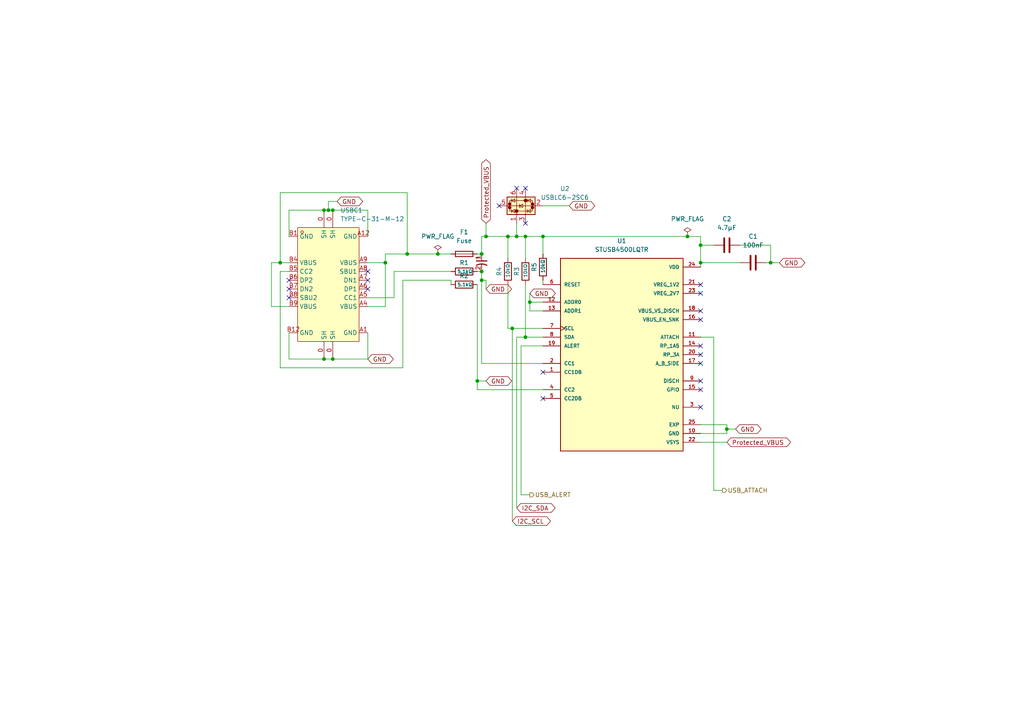
<source format=kicad_sch>
(kicad_sch (version 20231120) (generator "eeschema") (generator_version "8.0")
  (paper "A4")
  (lib_symbols
    (symbol "Device:C" (pin_numbers hide) (pin_names (offset 0.254))
      (property "Reference" "C" (at 0.635 2.54 0))
      (property "Value" "C" (at 0.635 -2.54 0))
      (symbol "C_0_1"
        (polyline (pts (xy -2.032 -0.762) (xy 2.032 -0.762)) (stroke (width 0.508)))
        (polyline (pts (xy -2.032 0.762) (xy 2.032 0.762)) (stroke (width 0.508)))
      )
      (symbol "C_1_1"
        (pin passive line (at 0 3.81 270) (length 2.794) (name "~") (number "1"))
        (pin passive line (at 0 -3.81 90) (length 2.794) (name "~") (number "2"))
      )
    )
    (symbol "Device:C_Polarized_Small_US" (pin_names (offset 0.254) hide)
      (property "Reference" "C" (at 0.254 1.778 0))
      (property "Value" "C_Polarized_Small_US" (at 0.254 -2.032 0))
      (symbol "C_Polarized_Small_US_0_1"
        (polyline (pts (xy -1.524 0.508) (xy 1.524 0.508)) (stroke (width 0.3048)))
        (polyline (pts (xy -1.27 1.524) (xy -0.762 1.524)))
        (polyline (pts (xy -1.016 1.27) (xy -1.016 1.778)))
        (arc (start 1.524 -0.762) (mid 0 -0.3734) (end -1.524 -0.762) (stroke (width 0.3048)))
      )
      (symbol "C_Polarized_Small_US_1_1"
        (pin passive line (at 0 2.54 270) (length 2.032) (name "~") (number "1"))
        (pin passive line (at 0 -2.54 90) (length 2.032) (name "~") (number "2"))
      )
    )
    (symbol "Device:Fuse" (pin_numbers hide) (pin_names (offset 0))
      (property "Reference" "F" (at 2.032 0 90))
      (property "Value" "Fuse" (at -1.905 0 90))
      (symbol "Fuse_0_1"
        (rectangle (start -0.762 -2.54) (end 0.762 2.54) (stroke (width 0.254)))
        (polyline (pts (xy 0 2.54) (xy 0 -2.54)))
      )
      (symbol "Fuse_1_1"
        (pin passive line (at 0 3.81 270) (length 1.27) (name "~") (number "1"))
        (pin passive line (at 0 -3.81 90) (length 1.27) (name "~") (number "2"))
      )
    )
    (symbol "Device:R" (pin_numbers hide) (pin_names (offset 0))
      (property "Reference" "R" (at 2.032 0 90))
      (property "Value" "R" (at 0 0 90))
      (symbol "R_0_1"
        (rectangle (start -1.016 -2.54) (end 1.016 2.54) (stroke (width 0.254)))
      )
      (symbol "R_1_1"
        (pin passive line (at 0 3.81 270) (length 1.27) (name "~") (number "1"))
        (pin passive line (at 0 -3.81 90) (length 1.27) (name "~") (number "2"))
      )
    )
    (symbol "Power_Protection:USBLC6-2SC6" (pin_names hide)
      (property "Reference" "U" (at 0.635 5.715 0))
      (property "Value" "USBLC6-2SC6" (at 0.635 3.81 0))
      (symbol "USBLC6-2SC6_0_0"
        (circle (center -1.524 0) (radius 0.0001) (stroke (width 0.508)))
        (circle (center -0.508 -4.572) (radius 0.0001) (stroke (width 0.508)))
        (circle (center -0.508 2.032) (radius 0.0001) (stroke (width 0.508)))
        (circle (center 0.508 -4.572) (radius 0.0001) (stroke (width 0.508)))
        (circle (center 0.508 2.032) (radius 0.0001) (stroke (width 0.508)))
        (circle (center 1.524 -2.54) (radius 0.0001) (stroke (width 0.508)))
      )
      (symbol "USBLC6-2SC6_0_1"
        (polyline (pts (xy -2.54 -2.54) (xy 2.54 -2.54)))
        (polyline (pts (xy -2.54 0) (xy 2.54 0)))
        (polyline (pts (xy -2.032 -3.048) (xy -1.016 -3.048)))
        (polyline (pts (xy -1.016 1.524) (xy -2.032 1.524)))
        (polyline (pts (xy 1.016 -3.048) (xy 2.032 -3.048)))
        (polyline (pts (xy 1.016 1.524) (xy 2.032 1.524)))
        (polyline (pts (xy -0.508 -1.143) (xy -0.508 -0.762) (xy 0.508 -0.762)))
        (polyline (pts (xy -2.032 0.508) (xy -1.016 0.508) (xy -1.524 1.524) (xy -2.032 0.508)))
        (polyline (pts (xy -1.016 -4.064) (xy -2.032 -4.064) (xy -1.524 -3.048) (xy -1.016 -4.064)))
        (polyline (pts (xy 0.508 -1.778) (xy -0.508 -1.778) (xy 0 -0.762) (xy 0.508 -1.778)))
        (polyline (pts (xy 2.032 -4.064) (xy 1.016 -4.064) (xy 1.524 -3.048) (xy 2.032 -4.064)))
        (polyline (pts (xy 2.032 0.508) (xy 1.016 0.508) (xy 1.524 1.524) (xy 2.032 0.508)))
        (polyline (pts (xy 0 2.54) (xy -0.508 2.032) (xy 0.508 2.032) (xy 0 1.524) (xy 0 -4.064) (xy -0.508 -4.572) (xy 0.508 -4.572) (xy 0 -5.08)))
      )
      (symbol "USBLC6-2SC6_1_1"
        (rectangle (start -2.54 2.794) (end 2.54 -5.334) (stroke (width 0.254)) (fill (type background)))
        (polyline (pts (xy -0.508 2.032) (xy -1.524 2.032) (xy -1.524 -4.572) (xy -0.508 -4.572)))
        (polyline (pts (xy 0.508 -4.572) (xy 1.524 -4.572) (xy 1.524 2.032) (xy 0.508 2.032)))
        (pin passive line (at -5.08 0 0) (length 2.54) (name "I/O1") (number "1"))
        (pin passive line (at 0 -7.62 90) (length 2.54) (name "GND") (number "2"))
        (pin passive line (at -5.08 -2.54 0) (length 2.54) (name "I/O2") (number "3"))
        (pin passive line (at 5.08 -2.54 180) (length 2.54) (name "I/O2") (number "4"))
        (pin passive line (at 0 5.08 270) (length 2.54) (name "VBUS") (number "5"))
        (pin passive line (at 5.08 0 180) (length 2.54) (name "I/O1") (number "6"))
      )
    )
    (symbol "STUSB4500LQTR:STUSB4500LQTR" (pin_names (offset 1.016))
      (property "Reference" "U1" (at 0 33.02 0))
      (property "Value" "STUSB4500LQTR" (at 0 30.48 0))
      (symbol "STUSB4500LQTR_0_0"
        (rectangle (start -17.78 27.94) (end 17.78 -27.94) (stroke (width 0.254)) (fill (type background)))
        (pin bidirectional line (at -22.86 -5.08 0) (length 5.08) (name "CC1DB") (number "1"))
        (pin output line (at 22.86 5.08 180) (length 5.08) (name "ATTACH") (number "11"))
        (pin input line (at -22.86 15.24 0) (length 5.08) (name "ADDR0") (number "12"))
        (pin input line (at -22.86 12.7 0) (length 5.08) (name "ADDR1") (number "13"))
        (pin output line (at 22.86 2.54 180) (length 5.08) (name "RP_1A5") (number "14"))
        (pin bidirectional line (at 22.86 -10.16 180) (length 5.08) (name "GPIO") (number "15"))
        (pin output line (at 22.86 10.16 180) (length 5.08) (name "VBUS_EN_SNK") (number "16"))
        (pin output line (at 22.86 -2.54 180) (length 5.08) (name "A_B_SIDE") (number "17"))
        (pin input line (at 22.86 12.7 180) (length 5.08) (name "VBUS_VS_DISCH") (number "18"))
        (pin output line (at -22.86 2.54 0) (length 5.08) (name "ALERT") (number "19"))
        (pin bidirectional line (at -22.86 -2.54 0) (length 5.08) (name "CC1") (number "2"))
        (pin output line (at 22.86 0 180) (length 5.08) (name "RP_3A") (number "20"))
        (pin output line (at 22.86 20.32 180) (length 5.08) (name "VREG_1V2") (number "21"))
        (pin output line (at 22.86 17.78 180) (length 5.08) (name "VREG_2V7") (number "23"))
        (pin power_in line (at 22.86 25.4 180) (length 5.08) (name "VDD") (number "24"))
        (pin passive line (at 22.86 -15.24 180) (length 5.08) (name "NU") (number "3"))
        (pin bidirectional line (at -22.86 -10.16 0) (length 5.08) (name "CC2") (number "4"))
        (pin bidirectional line (at -22.86 -12.7 0) (length 5.08) (name "CC2DB") (number "5"))
        (pin input line (at -22.86 20.32 0) (length 5.08) (name "RESET") (number "6"))
        (pin input clock (at -22.86 7.62 0) (length 5.08) (name "SCL") (number "7"))
        (pin bidirectional line (at -22.86 5.08 0) (length 5.08) (name "SDA") (number "8"))
        (pin bidirectional line (at 22.86 -7.62 180) (length 5.08) (name "DISCH") (number "9"))
      )
      (symbol "STUSB4500LQTR_1_0"
        (pin passive line (at 22.86 -22.86 180) (length 5.08) (name "GND") (number "10"))
        (pin power_in line (at 22.86 -25.4 180) (length 5.08) (name "VSYS") (number "22"))
        (pin passive line (at 22.86 -20.32 180) (length 5.08) (name "EXP") (number "25"))
      )
    )
    (symbol "USB-C_SMD-TYPE-C-31-M-12:TYPE-C-31-M-12"
      (property "Reference" "USBC1" (at 3.4641 21.59 0))
      (property "Value" "TYPE-C-31-M-12" (at 3.4641 19.05 0))
      (symbol "TYPE-C-31-M-12_0_1"
        (rectangle (start -8.89 16.51) (end 8.89 -16.51) (fill (type background)))
        (circle (center -7.62 15.24) (radius 0.38))
        (pin unspecified line (at 11.43 -1.27 180) (length 2.54) (name "DP1") (number "A6"))
        (pin unspecified line (at 11.43 1.27 180) (length 2.54) (name "DN1") (number "A7"))
        (pin unspecified line (at 11.43 3.81 180) (length 2.54) (name "SBU1") (number "A8"))
        (pin unspecified line (at -11.43 1.27 0) (length 2.54) (name "DP2") (number "B6"))
        (pin unspecified line (at -11.43 -1.27 0) (length 2.54) (name "DN2") (number "B7"))
        (pin unspecified line (at -11.43 -3.81 0) (length 2.54) (name "SBU2") (number "B8"))
      )
      (symbol "TYPE-C-31-M-12_1_1"
        (pin passive line (at -1.27 -21.59 90) (length 5.08) (name "SH") (number "0"))
        (pin passive line (at -1.27 21.59 270) (length 5.08) (name "SH") (number "0"))
        (pin passive line (at 1.27 -21.59 90) (length 5.08) (name "SH") (number "0"))
        (pin passive line (at 1.27 21.59 270) (length 5.08) (name "SH") (number "0"))
        (pin passive line (at 11.43 -13.97 180) (length 2.54) (name "GND") (number "A1"))
        (pin passive line (at 11.43 13.97 180) (length 2.54) (name "GND") (number "A12"))
        (pin power_in line (at 11.43 -6.35 180) (length 2.54) (name "VBUS") (number "A4"))
        (pin input line (at 11.43 -3.81 180) (length 2.54) (name "CC1") (number "A5"))
        (pin power_in line (at 11.43 6.35 180) (length 2.54) (name "VBUS") (number "A9"))
        (pin passive line (at -11.43 13.97 0) (length 2.54) (name "GND") (number "B1"))
        (pin passive line (at -11.43 -13.97 0) (length 2.54) (name "GND") (number "B12"))
        (pin power_in line (at -11.43 6.35 0) (length 2.54) (name "VBUS") (number "B4"))
        (pin input line (at -11.43 3.81 0) (length 2.54) (name "CC2") (number "B5"))
        (pin power_in line (at -11.43 -6.35 0) (length 2.54) (name "VBUS") (number "B9"))
      )
    )
    (symbol "power:PWR_FLAG" (power) (pin_numbers hide) (pin_names (offset 0) hide)
      (property "Value" "PWR_FLAG" (at 0 3.81 0))
      (symbol "PWR_FLAG_0_0"
        (pin power_out line (at 0 0 90) (length 0) (name "~") (number "1"))
      )
      (symbol "PWR_FLAG_0_1"
        (polyline (pts (xy 0 0) (xy 0 1.27) (xy -1.016 1.905) (xy 0 2.54) (xy 1.016 1.905) (xy 0 1.27)))
      )
    )
  )
  (junction (at 138.43 110.49))
  (junction (at 157.48 68.58))
  (junction (at 199.39 68.58))
  (junction (at 111.76 76.2))
  (junction (at 153.67 87.63))
  (junction (at 152.4 97.79))
  (junction (at 223.52 76.2))
  (junction (at 140.97 68.58))
  (junction (at 93.98 104.14))
  (junction (at 149.86 68.58))
  (junction (at 152.4 68.58))
  (junction (at 118.11 73.66))
  (junction (at 96.52 104.14))
  (junction (at 96.52 60.96))
  (junction (at 95.25 60.96))
  (junction (at 147.32 68.58))
  (junction (at 148.59 95.25))
  (junction (at 127 73.66))
  (junction (at 93.98 60.96))
  (junction (at 139.7 81.28))
  (junction (at 203.2 76.2))
  (junction (at 139.7 73.66))
  (junction (at 81.28 76.2))
  (junction (at 210.82 124.46))
  (junction (at 139.7 78.74))
  (junction (at 203.2 71.12))
  (no_connect (at 203.2 100.33))
  (no_connect (at 83.82 83.82))
  (no_connect (at 149.86 54.61))
  (no_connect (at 157.48 115.57))
  (no_connect (at 203.2 118.11))
  (no_connect (at 152.4 64.77))
  (no_connect (at 203.2 90.17))
  (no_connect (at 203.2 92.71))
  (no_connect (at 144.78 59.69))
  (no_connect (at 83.82 81.28))
  (no_connect (at 203.2 102.87))
  (no_connect (at 203.2 113.03))
  (no_connect (at 106.68 78.74))
  (no_connect (at 106.68 83.82))
  (no_connect (at 157.48 107.95))
  (no_connect (at 106.68 81.28))
  (no_connect (at 83.82 86.36))
  (no_connect (at 203.2 110.49))
  (no_connect (at 203.2 105.41))
  (no_connect (at 203.2 85.09))
  (no_connect (at 152.4 54.61))
  (no_connect (at 203.2 82.55))
  (wire (pts (xy 203.2 76.2) (xy 214.63 76.2)))
  (wire (pts (xy 203.2 97.79) (xy 207.01 97.79)))
  (wire (pts (xy 111.76 76.2) (xy 111.76 73.66)))
  (wire (pts (xy 140.97 81.28) (xy 139.7 81.28)))
  (wire (pts (xy 106.68 76.2) (xy 111.76 76.2)))
  (wire (pts (xy 127 73.66) (xy 130.81 73.66)))
  (wire (pts (xy 223.52 76.2) (xy 226.06 76.2)))
  (wire (pts (xy 222.25 76.2) (xy 223.52 76.2)))
  (wire (pts (xy 153.67 87.63) (xy 157.48 87.63)))
  (wire (pts (xy 149.86 64.77) (xy 149.86 68.58)))
  (wire (pts (xy 116.84 106.68) (xy 116.84 81.28)))
  (wire (pts (xy 203.2 125.73) (xy 210.82 125.73)))
  (wire (pts (xy 116.84 81.28) (xy 130.81 81.28)))
  (wire (pts (xy 157.48 68.58) (xy 152.4 68.58)))
  (wire (pts (xy 199.39 68.58) (xy 157.48 68.58)))
  (wire (pts (xy 78.74 76.2) (xy 81.28 76.2)))
  (wire (pts (xy 157.48 81.28) (xy 157.48 82.55)))
  (wire (pts (xy 106.68 104.14) (xy 96.52 104.14)))
  (wire (pts (xy 139.7 68.58) (xy 139.7 73.66)))
  (wire (pts (xy 106.68 86.36) (xy 114.3 86.36)))
  (wire (pts (xy 139.7 78.74) (xy 139.7 81.28)))
  (wire (pts (xy 148.59 95.25) (xy 147.32 95.25)))
  (wire (pts (xy 81.28 55.88) (xy 118.11 55.88)))
  (wire (pts (xy 138.43 82.55) (xy 138.43 110.49)))
  (wire (pts (xy 149.86 97.79) (xy 149.86 147.32)))
  (wire (pts (xy 147.32 68.58) (xy 147.32 74.93)))
  (wire (pts (xy 147.32 82.55) (xy 147.32 95.25)))
  (wire (pts (xy 157.48 68.58) (xy 157.48 73.66)))
  (wire (pts (xy 138.43 110.49) (xy 138.43 113.03)))
  (wire (pts (xy 106.68 96.52) (xy 106.68 104.14)))
  (wire (pts (xy 203.2 123.19) (xy 210.82 123.19)))
  (wire (pts (xy 78.74 88.9) (xy 78.74 76.2)))
  (wire (pts (xy 95.25 60.96) (xy 95.25 58.42)))
  (wire (pts (xy 210.82 124.46) (xy 213.36 124.46)))
  (wire (pts (xy 157.48 90.17) (xy 153.67 90.17)))
  (wire (pts (xy 152.4 68.58) (xy 149.86 68.58)))
  (wire (pts (xy 210.82 124.46) (xy 210.82 125.73)))
  (wire (pts (xy 140.97 64.77) (xy 140.97 68.58)))
  (wire (pts (xy 81.28 76.2) (xy 81.28 55.88)))
  (wire (pts (xy 151.13 100.33) (xy 157.48 100.33)))
  (wire (pts (xy 157.48 105.41) (xy 139.7 105.41)))
  (wire (pts (xy 83.82 104.14) (xy 93.98 104.14)))
  (wire (pts (xy 111.76 88.9) (xy 111.76 76.2)))
  (wire (pts (xy 138.43 78.74) (xy 139.7 78.74)))
  (wire (pts (xy 157.48 59.69) (xy 165.1 59.69)))
  (wire (pts (xy 111.76 73.66) (xy 118.11 73.66)))
  (wire (pts (xy 148.59 95.25) (xy 157.48 95.25)))
  (wire (pts (xy 139.7 81.28) (xy 139.7 105.41)))
  (wire (pts (xy 118.11 55.88) (xy 118.11 73.66)))
  (wire (pts (xy 118.11 73.66) (xy 127 73.66)))
  (wire (pts (xy 148.59 95.25) (xy 148.59 151.13)))
  (wire (pts (xy 114.3 78.74) (xy 130.81 78.74)))
  (wire (pts (xy 152.4 82.55) (xy 152.4 97.79)))
  (wire (pts (xy 153.67 87.63) (xy 153.67 85.09)))
  (wire (pts (xy 138.43 110.49) (xy 140.97 110.49)))
  (wire (pts (xy 210.82 123.19) (xy 210.82 124.46)))
  (wire (pts (xy 138.43 113.03) (xy 157.48 113.03)))
  (wire (pts (xy 83.82 96.52) (xy 83.82 104.14)))
  (wire (pts (xy 81.28 106.68) (xy 116.84 106.68)))
  (wire (pts (xy 157.48 97.79) (xy 152.4 97.79)))
  (wire (pts (xy 83.82 76.2) (xy 81.28 76.2)))
  (wire (pts (xy 93.98 104.14) (xy 96.52 104.14)))
  (wire (pts (xy 151.13 143.51) (xy 153.67 143.51)))
  (wire (pts (xy 207.01 97.79) (xy 207.01 142.24)))
  (wire (pts (xy 203.2 71.12) (xy 203.2 76.2)))
  (wire (pts (xy 203.2 68.58) (xy 203.2 71.12)))
  (wire (pts (xy 207.01 142.24) (xy 209.55 142.24)))
  (wire (pts (xy 95.25 60.96) (xy 96.52 60.96)))
  (wire (pts (xy 153.67 90.17) (xy 153.67 87.63)))
  (wire (pts (xy 83.82 68.58) (xy 83.82 60.96)))
  (wire (pts (xy 152.4 68.58) (xy 152.4 74.93)))
  (wire (pts (xy 83.82 88.9) (xy 78.74 88.9)))
  (wire (pts (xy 83.82 78.74) (xy 81.28 78.74)))
  (wire (pts (xy 93.98 60.96) (xy 95.25 60.96)))
  (wire (pts (xy 152.4 97.79) (xy 149.86 97.79)))
  (wire (pts (xy 106.68 88.9) (xy 111.76 88.9)))
  (wire (pts (xy 203.2 128.27) (xy 210.82 128.27)))
  (wire (pts (xy 140.97 68.58) (xy 139.7 68.58)))
  (wire (pts (xy 203.2 71.12) (xy 207.01 71.12)))
  (wire (pts (xy 106.68 60.96) (xy 96.52 60.96)))
  (wire (pts (xy 81.28 78.74) (xy 81.28 106.68)))
  (wire (pts (xy 214.63 71.12) (xy 223.52 71.12)))
  (wire (pts (xy 140.97 83.82) (xy 140.97 81.28)))
  (wire (pts (xy 114.3 86.36) (xy 114.3 78.74)))
  (wire (pts (xy 83.82 60.96) (xy 93.98 60.96)))
  (wire (pts (xy 130.81 81.28) (xy 130.81 82.55)))
  (wire (pts (xy 151.13 143.51) (xy 151.13 100.33)))
  (wire (pts (xy 223.52 71.12) (xy 223.52 76.2)))
  (wire (pts (xy 106.68 68.58) (xy 106.68 60.96)))
  (wire (pts (xy 203.2 77.47) (xy 203.2 76.2)))
  (wire (pts (xy 203.2 68.58) (xy 199.39 68.58)))
  (wire (pts (xy 149.86 68.58) (xy 147.32 68.58)))
  (wire (pts (xy 147.32 68.58) (xy 140.97 68.58)))
  (wire (pts (xy 138.43 73.66) (xy 139.7 73.66)))
  (wire (pts (xy 95.25 58.42) (xy 97.79 58.42)))
  (global_label "Protected_VBUS" (shape bidirectional) (at 140.97 64.77 90) (property "Intersheetrefs" "${INTERSHEET_REFS}" (effects (hide yes))))
  (global_label "I2C_SDA" (shape bidirectional) (at 149.86 147.32 0) (property "Intersheetrefs" "${INTERSHEET_REFS}" (effects (hide yes))))
  (global_label "Protected_VBUS" (shape bidirectional) (at 210.82 128.27 0) (property "Intersheetrefs" "${INTERSHEET_REFS}" (effects (hide yes))))
  (global_label "I2C_SCL" (shape bidirectional) (at 148.59 151.13 0) (property "Intersheetrefs" "${INTERSHEET_REFS}" (effects (hide yes))))
  (global_label "GND" (shape bidirectional) (at 153.67 85.09 0) (property "Intersheetrefs" "${INTERSHEET_REFS}" (effects (hide yes))))
  (global_label "GND" (shape bidirectional) (at 140.97 110.49 0) (property "Intersheetrefs" "${INTERSHEET_REFS}" (effects (hide yes))))
  (global_label "GND" (shape bidirectional) (at 165.1 59.69 0) (property "Intersheetrefs" "${INTERSHEET_REFS}" (effects (hide yes))))
  (global_label "GND" (shape bidirectional) (at 213.36 124.46 0) (property "Intersheetrefs" "${INTERSHEET_REFS}" (effects (hide yes))))
  (global_label "GND" (shape bidirectional) (at 140.97 83.82 0) (property "Intersheetrefs" "${INTERSHEET_REFS}" (effects (hide yes))))
  (global_label "GND" (shape bidirectional) (at 97.79 58.42 0) (property "Intersheetrefs" "${INTERSHEET_REFS}" (effects (hide yes))))
  (global_label "GND" (shape bidirectional) (at 226.06 76.2 0) (property "Intersheetrefs" "${INTERSHEET_REFS}" (effects (hide yes))))
  (global_label "GND" (shape bidirectional) (at 106.68 104.14 0) (property "Intersheetrefs" "${INTERSHEET_REFS}" (effects (hide yes))))
  (hierarchical_label "USB_ATTACH" (shape output) (at 209.55 142.24 0))
  (hierarchical_label "USB_ALERT" (shape output) (at 153.67 143.51 0))
  (symbol (lib_id "USB-C_SMD-TYPE-C-31-M-12:TYPE-C-31-M-12") (at 95.25 82.55 0) (unit 1)
    (property "Reference" "USBC1" (at 98.7141 60.96 0) (effects (justify left)))
    (property "Value" "TYPE-C-31-M-12" (at 98.7141 63.5 0) (effects (justify left)))
    (property "Footprint" "USB-C_SMD-TYPE-C-31-M-12:USB-C_SMD-TYPE-C-31-M-12" (effects (hide yes)))
    (property "Datasheet" "https://lcsc.com/product-detail/USB-Type-C_Korean-Hroparts-Elec-TYPE-C-31-M-12_C165948.html" (effects (hide yes)))
    (property "LCSC Part" "C165948" (effects (hide yes)))
  )
  (symbol (lib_id "power:PWR_FLAG") (at 199.39 68.58 0) (unit 1)
    (property "Reference" "#FLG01" (effects (hide yes)))
    (property "Value" "PWR_FLAG" (at 199.39 63.5 0))
    (property "Description" "Special symbol for telling ERC where power comes from" (effects (hide yes)))
  )
  (symbol (lib_id "Power_Protection:USBLC6-2SC6") (at 149.86 59.69 90) (unit 1)
    (property "Reference" "U2" (at 163.83 54.7368 90))
    (property "Value" "USBLC6-2SC6" (at 163.83 57.2768 90))
    (property "Footprint" "Package_TO_SOT_SMD:SOT-23-6" (effects (hide yes)))
    (property "Datasheet" "https://www.st.com/resource/en/datasheet/usblc6-2.pdf" (effects (hide yes)))
    (property "Description" "Very low capacitance ESD protection diode, 2 data-line, SOT-23-6" (effects (hide yes)))
    (property "LCSC Part" "C7519" (effects (hide yes)))
  )
  (symbol (lib_id "Device:R") (at 134.62 82.55 90) (unit 1)
    (property "Reference" "R2" (at 134.62 80.01 90))
    (property "Value" "5.1kΩ" (at 134.874 82.55 90) (effects (font (size 1 1))))
    (property "Footprint" "Resistor_SMD:R_0603_1608Metric" (effects (hide yes)))
    (property "Description" "Resistor" (effects (hide yes)))
    (property "LCSC Part" "C23186" (effects (hide yes)))
  )
  (symbol (lib_id "Device:R") (at 152.4 78.74 180) (unit 1)
    (property "Reference" "R3" (at 149.86 78.74 90))
    (property "Value" "10kΩ" (at 152.4 78.486 90) (effects (font (size 1 1))))
    (property "Footprint" "Resistor_SMD:R_0603_1608Metric" (effects (hide yes)))
    (property "Description" "Resistor" (effects (hide yes)))
    (property "LCSC Part" "C25804" (effects (hide yes)))
  )
  (symbol (lib_id "Device:Fuse") (at 134.62 73.66 90) (unit 1)
    (property "Reference" "F1" (at 134.62 67.31 90))
    (property "Value" "Fuse" (at 134.62 69.85 90))
    (property "Footprint" "Fuse:Fuse_1206_3216Metric" (effects (hide yes)))
    (property "Description" "Fuse" (effects (hide yes)))
    (property "LCSC Part" "C2897466" (effects (hide yes)))
  )
  (symbol (lib_id "Device:C") (at 210.82 71.12 90) (unit 1)
    (property "Reference" "C2" (at 210.82 63.5 90))
    (property "Value" "4.7µF" (at 210.82 66.04 90))
    (property "Footprint" "Capacitor_SMD:C_0603_1608Metric" (effects (hide yes)))
    (property "Description" "Unpolarized capacitor 4.7µF" (effects (hide yes)))
    (property "LCSC Part" "C19666" (effects (hide yes)))
  )
  (symbol (lib_id "power:PWR_FLAG") (at 127 73.66 0) (unit 1)
    (property "Reference" "#FLG02" (effects (hide yes)))
    (property "Value" "PWR_FLAG" (at 127 68.58 0))
    (property "Description" "Special symbol for telling ERC where power comes from" (effects (hide yes)))
  )
  (symbol (lib_id "Device:R") (at 147.32 78.74 180) (unit 1)
    (property "Reference" "R4" (at 144.78 78.74 90))
    (property "Value" "10kΩ" (at 147.32 78.486 90) (effects (font (size 1 1))))
    (property "Footprint" "Resistor_SMD:R_0603_1608Metric" (effects (hide yes)))
    (property "Description" "Resistor" (effects (hide yes)))
    (property "LCSC Part" "C25804" (effects (hide yes)))
  )
  (symbol (lib_id "Device:R") (at 157.48 77.47 180) (unit 1)
    (property "Reference" "R5" (at 154.94 77.47 90))
    (property "Value" "10kΩ" (at 157.48 77.216 90) (effects (font (size 1 1))))
    (property "Footprint" "Resistor_SMD:R_0603_1608Metric" (effects (hide yes)))
    (property "Description" "Resistor" (effects (hide yes)))
    (property "LCSC Part" "C25804" (effects (hide yes)))
  )
  (symbol (lib_id "Device:C_Polarized_Small_US") (at 139.7 76.2 0) (unit 1)
    (property "Reference" "C14" (effects (hide yes)))
    (property "Value" "47µF Polarized Capacitor" (effects (hide yes)))
    (property "Footprint" "Capacitor_SMD:C_Elec_6.3x5.4" (effects (hide yes)))
    (property "Description" "Polarized capacitor, small US symbol" (effects (hide yes)))
    (property "LCSC Part" "C2836440" (effects (hide yes)))
  )
  (symbol (lib_id "Device:C") (at 218.44 76.2 90) (unit 1)
    (property "Reference" "C1" (at 218.44 68.58 90))
    (property "Value" "100nF" (at 218.44 71.12 90))
    (property "Footprint" "Capacitor_SMD:C_0603_1608Metric" (effects (hide yes)))
    (property "Description" "Unpolarized capacitor 0.1µF" (effects (hide yes)))
    (property "LCSC Part" "C14663" (effects (hide yes)))
  )
  (symbol (lib_id "STUSB4500LQTR:STUSB4500LQTR") (at 180.34 102.87 0) (unit 1)
    (property "Reference" "U1" (at 180.34 69.85 0))
    (property "Value" "STUSB4500LQTR" (at 180.34 72.39 0))
    (property "Footprint" "STUSB4500LQTR:QFN50P400X400X100-25N" (effects (hide yes)))
    (property "MF" "STMicroelectronics" (effects (hide yes)))
    (property "MAXIMUM_PACKAGE_HEIGHT" "1 mm" (effects (hide yes)))
    (property "Package" "VFQFN-24 STMicroelectronics" (effects (hide yes)))
    (property "Price" "None" (effects (hide yes)))
    (property "Check_prices" "https://www.snapeda.com/parts/STUSB4500LQTR/STMicroelectronics/view-part/?ref=eda" (effects (hide yes)))
    (property "STANDARD" "IPC 7351B" (effects (hide yes)))
    (property "PARTREV" "4" (effects (hide yes)))
    (property "SnapEDA_Link" "https://www.snapeda.com/parts/STUSB4500LQTR/STMicroelectronics/view-part/?ref=snap" (effects (hide yes)))
    (property "MP" "STUSB4500LQTR" (effects (hide yes)))
    (property "Description_1" "\n                        \n                            USB Controller USB 2.0 I2C Interface 24-QFN-EP (4x4)\n                        \n" (effects (hide yes)))
    (property "Availability" "In Stock" (effects (hide yes)))
    (property "MANUFACTURER" "STMicroelectronics" (effects (hide yes)))
    (property "LCSC Part" "C506650" (effects (hide yes)))
  )
  (symbol (lib_id "Device:R") (at 134.62 78.74 90) (unit 1)
    (property "Reference" "R1" (at 134.62 76.2 90))
    (property "Value" "5.1kΩ" (at 134.874 78.74 90) (effects (font (size 1 1))))
    (property "Footprint" "Resistor_SMD:R_0603_1608Metric" (effects (hide yes)))
    (property "Description" "Resistor" (effects (hide yes)))
    (property "LCSC Part" "C23186" (effects (hide yes)))
  )
)
</source>
